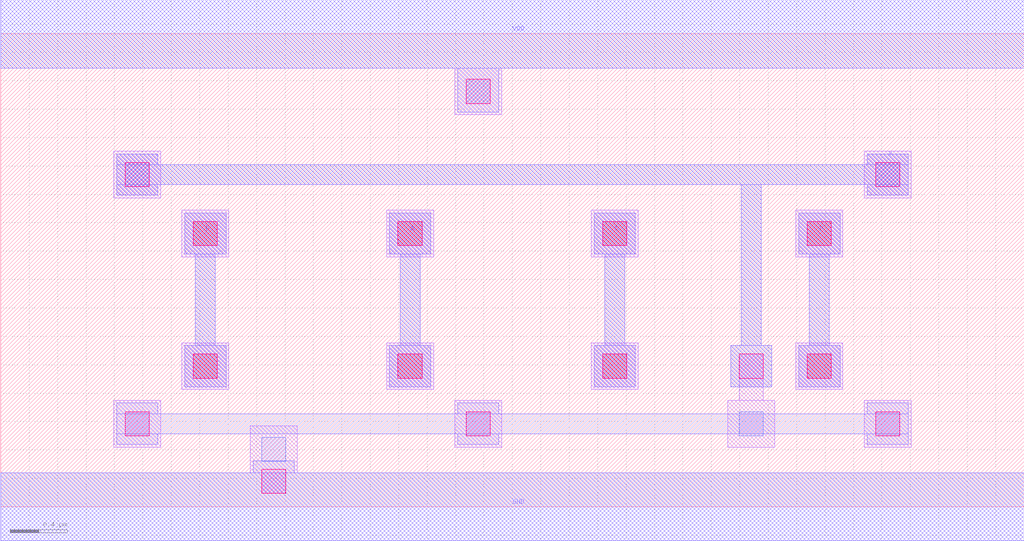
<source format=lef>
MACRO OAI22X1
 CLASS CORE ;
 FOREIGN OAI22X1 0 0 ;
 SIZE 7.2 BY 3.33 ;
 ORIGIN 0 0 ;
 SYMMETRY X Y R90 ;
 SITE unit ;
  PIN VDD
   DIRECTION INOUT ;
   USE POWER ;
   SHAPE ABUTMENT ;
    PORT
     CLASS CORE ;
       LAYER met1 ;
        RECT 0.00000000 3.09000000 7.20000000 3.57000000 ;
    END
  END VDD

  PIN GND
   DIRECTION INOUT ;
   USE POWER ;
   SHAPE ABUTMENT ;
    PORT
     CLASS CORE ;
       LAYER met1 ;
        RECT 0.00000000 -0.24000000 7.20000000 0.24000000 ;
    END
  END GND

  PIN Y
   DIRECTION INOUT ;
   USE SIGNAL ;
   SHAPE ABUTMENT ;
    PORT
     CLASS CORE ;
       LAYER met1 ;
        RECT 5.13500000 0.84500000 5.42500000 1.13500000 ;
        RECT 0.81500000 2.19500000 1.10500000 2.27000000 ;
        RECT 5.21000000 1.13500000 5.35000000 2.27000000 ;
        RECT 6.09500000 2.19500000 6.38500000 2.27000000 ;
        RECT 0.81500000 2.27000000 6.38500000 2.41000000 ;
        RECT 0.81500000 2.41000000 1.10500000 2.48500000 ;
        RECT 6.09500000 2.41000000 6.38500000 2.48500000 ;
    END
  END Y

  PIN B
   DIRECTION INOUT ;
   USE SIGNAL ;
   SHAPE ABUTMENT ;
    PORT
     CLASS CORE ;
       LAYER met1 ;
        RECT 1.29500000 0.84500000 1.58500000 1.13500000 ;
        RECT 1.37000000 1.13500000 1.51000000 1.78000000 ;
        RECT 1.29500000 1.78000000 1.58500000 2.07000000 ;
    END
  END B

  PIN C
   DIRECTION INOUT ;
   USE SIGNAL ;
   SHAPE ABUTMENT ;
    PORT
     CLASS CORE ;
       LAYER met1 ;
        RECT 4.17500000 0.84500000 4.46500000 1.13500000 ;
        RECT 4.25000000 1.13500000 4.39000000 1.78000000 ;
        RECT 4.17500000 1.78000000 4.46500000 2.07000000 ;
    END
  END C

  PIN D
   DIRECTION INOUT ;
   USE SIGNAL ;
   SHAPE ABUTMENT ;
    PORT
     CLASS CORE ;
       LAYER met1 ;
        RECT 5.61500000 0.84500000 5.90500000 1.13500000 ;
        RECT 5.69000000 1.13500000 5.83000000 1.78000000 ;
        RECT 5.61500000 1.78000000 5.90500000 2.07000000 ;
    END
  END D

  PIN A
   DIRECTION INOUT ;
   USE SIGNAL ;
   SHAPE ABUTMENT ;
    PORT
     CLASS CORE ;
       LAYER met1 ;
        RECT 2.73500000 0.84500000 3.02500000 1.13500000 ;
        RECT 2.81000000 1.13500000 2.95000000 1.78000000 ;
        RECT 2.73500000 1.78000000 3.02500000 2.07000000 ;
    END
  END A

 OBS
    LAYER polycont ;
     RECT 1.35500000 0.90500000 1.52500000 1.07500000 ;
     RECT 2.79500000 0.90500000 2.96500000 1.07500000 ;
     RECT 4.23500000 0.90500000 4.40500000 1.07500000 ;
     RECT 5.67500000 0.90500000 5.84500000 1.07500000 ;
     RECT 1.35500000 1.84000000 1.52500000 2.01000000 ;
     RECT 2.79500000 1.84000000 2.96500000 2.01000000 ;
     RECT 4.23500000 1.84000000 4.40500000 2.01000000 ;
     RECT 5.67500000 1.84000000 5.84500000 2.01000000 ;

    LAYER pdiffc ;
     RECT 0.87500000 2.25500000 1.04500000 2.42500000 ;
     RECT 6.15500000 2.25500000 6.32500000 2.42500000 ;
     RECT 3.27500000 2.84000000 3.44500000 3.01000000 ;

    LAYER ndiffc ;
     RECT 1.83500000 0.32000000 2.00500000 0.49000000 ;
     RECT 0.87500000 0.50000000 1.04500000 0.67000000 ;
     RECT 3.27500000 0.50000000 3.44500000 0.67000000 ;
     RECT 5.19500000 0.50000000 5.36500000 0.67000000 ;
     RECT 6.15500000 0.50000000 6.32500000 0.67000000 ;

    LAYER li1 ;
     RECT 1.83500000 0.09500000 2.00500000 0.24000000 ;
     RECT 1.75500000 0.24000000 2.08500000 0.57000000 ;
     RECT 0.79500000 0.42000000 1.12500000 0.75000000 ;
     RECT 3.19500000 0.42000000 3.52500000 0.75000000 ;
     RECT 6.07500000 0.42000000 6.40500000 0.75000000 ;
     RECT 5.11500000 0.42000000 5.44500000 0.75000000 ;
     RECT 5.19500000 0.75000000 5.36500000 1.07500000 ;
     RECT 1.27500000 0.82500000 1.60500000 1.15500000 ;
     RECT 2.71500000 0.82500000 3.04500000 1.15500000 ;
     RECT 4.15500000 0.82500000 4.48500000 1.15500000 ;
     RECT 5.59500000 0.82500000 5.92500000 1.15500000 ;
     RECT 1.27500000 1.76000000 1.60500000 2.09000000 ;
     RECT 2.71500000 1.76000000 3.04500000 2.09000000 ;
     RECT 4.15500000 1.76000000 4.48500000 2.09000000 ;
     RECT 5.59500000 1.76000000 5.92500000 2.09000000 ;
     RECT 0.79500000 2.17500000 1.12500000 2.50500000 ;
     RECT 6.07500000 2.17500000 6.40500000 2.50500000 ;
     RECT 3.19500000 2.76000000 3.52500000 3.09000000 ;

    LAYER viali ;
     RECT 1.83500000 0.09500000 2.00500000 0.26500000 ;
     RECT 0.87500000 0.50000000 1.04500000 0.67000000 ;
     RECT 3.27500000 0.50000000 3.44500000 0.67000000 ;
     RECT 6.15500000 0.50000000 6.32500000 0.67000000 ;
     RECT 1.35500000 0.90500000 1.52500000 1.07500000 ;
     RECT 2.79500000 0.90500000 2.96500000 1.07500000 ;
     RECT 4.23500000 0.90500000 4.40500000 1.07500000 ;
     RECT 5.19500000 0.90500000 5.36500000 1.07500000 ;
     RECT 5.67500000 0.90500000 5.84500000 1.07500000 ;
     RECT 1.35500000 1.84000000 1.52500000 2.01000000 ;
     RECT 2.79500000 1.84000000 2.96500000 2.01000000 ;
     RECT 4.23500000 1.84000000 4.40500000 2.01000000 ;
     RECT 5.67500000 1.84000000 5.84500000 2.01000000 ;
     RECT 0.87500000 2.25500000 1.04500000 2.42500000 ;
     RECT 6.15500000 2.25500000 6.32500000 2.42500000 ;
     RECT 3.27500000 2.84000000 3.44500000 3.01000000 ;

    LAYER met1 ;
     RECT 0.00000000 -0.24000000 7.20000000 0.24000000 ;
     RECT 1.77500000 0.24000000 2.06500000 0.32500000 ;
     RECT 0.81500000 0.44000000 1.10500000 0.51500000 ;
     RECT 3.21500000 0.44000000 3.50500000 0.51500000 ;
     RECT 6.09500000 0.44000000 6.38500000 0.51500000 ;
     RECT 0.81500000 0.51500000 6.38500000 0.65500000 ;
     RECT 0.81500000 0.65500000 1.10500000 0.73000000 ;
     RECT 3.21500000 0.65500000 3.50500000 0.73000000 ;
     RECT 6.09500000 0.65500000 6.38500000 0.73000000 ;
     RECT 1.29500000 0.84500000 1.58500000 1.13500000 ;
     RECT 1.37000000 1.13500000 1.51000000 1.78000000 ;
     RECT 1.29500000 1.78000000 1.58500000 2.07000000 ;
     RECT 2.73500000 0.84500000 3.02500000 1.13500000 ;
     RECT 2.81000000 1.13500000 2.95000000 1.78000000 ;
     RECT 2.73500000 1.78000000 3.02500000 2.07000000 ;
     RECT 4.17500000 0.84500000 4.46500000 1.13500000 ;
     RECT 4.25000000 1.13500000 4.39000000 1.78000000 ;
     RECT 4.17500000 1.78000000 4.46500000 2.07000000 ;
     RECT 5.61500000 0.84500000 5.90500000 1.13500000 ;
     RECT 5.69000000 1.13500000 5.83000000 1.78000000 ;
     RECT 5.61500000 1.78000000 5.90500000 2.07000000 ;
     RECT 5.13500000 0.84500000 5.42500000 1.13500000 ;
     RECT 0.81500000 2.19500000 1.10500000 2.27000000 ;
     RECT 5.21000000 1.13500000 5.35000000 2.27000000 ;
     RECT 6.09500000 2.19500000 6.38500000 2.27000000 ;
     RECT 0.81500000 2.27000000 6.38500000 2.41000000 ;
     RECT 0.81500000 2.41000000 1.10500000 2.48500000 ;
     RECT 6.09500000 2.41000000 6.38500000 2.48500000 ;
     RECT 3.21500000 2.78000000 3.50500000 3.09000000 ;
     RECT 0.00000000 3.09000000 7.20000000 3.57000000 ;

 END
END OAI22X1

</source>
